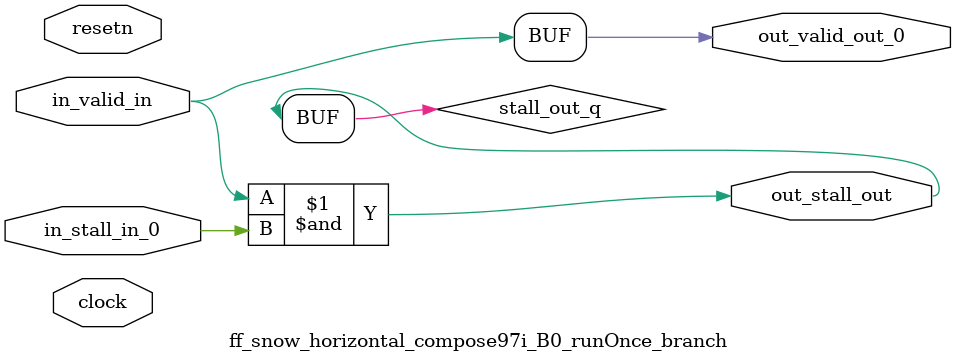
<source format=sv>



(* altera_attribute = "-name AUTO_SHIFT_REGISTER_RECOGNITION OFF; -name MESSAGE_DISABLE 10036; -name MESSAGE_DISABLE 10037; -name MESSAGE_DISABLE 14130; -name MESSAGE_DISABLE 14320; -name MESSAGE_DISABLE 15400; -name MESSAGE_DISABLE 14130; -name MESSAGE_DISABLE 10036; -name MESSAGE_DISABLE 12020; -name MESSAGE_DISABLE 12030; -name MESSAGE_DISABLE 12010; -name MESSAGE_DISABLE 12110; -name MESSAGE_DISABLE 14320; -name MESSAGE_DISABLE 13410; -name MESSAGE_DISABLE 113007; -name MESSAGE_DISABLE 10958" *)
module ff_snow_horizontal_compose97i_B0_runOnce_branch (
    input wire [0:0] in_stall_in_0,
    input wire [0:0] in_valid_in,
    output wire [0:0] out_stall_out,
    output wire [0:0] out_valid_out_0,
    input wire clock,
    input wire resetn
    );

    wire [0:0] stall_out_q;


    // stall_out(LOGICAL,6)
    assign stall_out_q = in_valid_in & in_stall_in_0;

    // out_stall_out(GPOUT,4)
    assign out_stall_out = stall_out_q;

    // out_valid_out_0(GPOUT,5)
    assign out_valid_out_0 = in_valid_in;

endmodule

</source>
